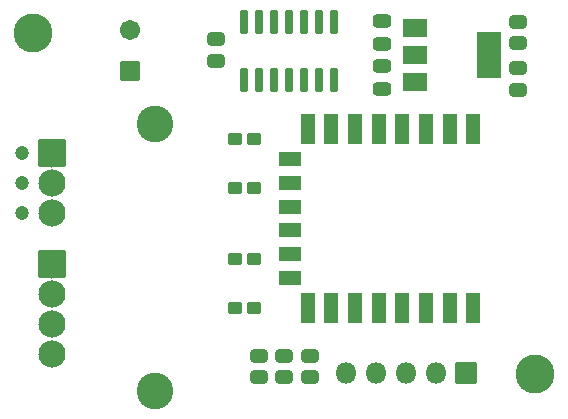
<source format=gts>
%TF.GenerationSoftware,KiCad,Pcbnew,(6.0.1)*%
%TF.CreationDate,2022-11-28T18:30:33+03:00*%
%TF.ProjectId,WS2812Controller,57533238-3132-4436-9f6e-74726f6c6c65,0.6*%
%TF.SameCoordinates,PX81390e0PY53ec600*%
%TF.FileFunction,Soldermask,Top*%
%TF.FilePolarity,Negative*%
%FSLAX46Y46*%
G04 Gerber Fmt 4.6, Leading zero omitted, Abs format (unit mm)*
G04 Created by KiCad (PCBNEW (6.0.1)) date 2022-11-28 18:30:33*
%MOMM*%
%LPD*%
G01*
G04 APERTURE LIST*
G04 Aperture macros list*
%AMRoundRect*
0 Rectangle with rounded corners*
0 $1 Rounding radius*
0 $2 $3 $4 $5 $6 $7 $8 $9 X,Y pos of 4 corners*
0 Add a 4 corners polygon primitive as box body*
4,1,4,$2,$3,$4,$5,$6,$7,$8,$9,$2,$3,0*
0 Add four circle primitives for the rounded corners*
1,1,$1+$1,$2,$3*
1,1,$1+$1,$4,$5*
1,1,$1+$1,$6,$7*
1,1,$1+$1,$8,$9*
0 Add four rect primitives between the rounded corners*
20,1,$1+$1,$2,$3,$4,$5,0*
20,1,$1+$1,$4,$5,$6,$7,0*
20,1,$1+$1,$6,$7,$8,$9,0*
20,1,$1+$1,$8,$9,$2,$3,0*%
G04 Aperture macros list end*
%ADD10RoundRect,0.051000X-1.000000X-0.750000X1.000000X-0.750000X1.000000X0.750000X-1.000000X0.750000X0*%
%ADD11RoundRect,0.051000X-1.000000X-1.900000X1.000000X-1.900000X1.000000X1.900000X-1.000000X1.900000X0*%
%ADD12C,1.202000*%
%ADD13RoundRect,0.051000X-1.100000X1.100000X-1.100000X-1.100000X1.100000X-1.100000X1.100000X1.100000X0*%
%ADD14C,2.302000*%
%ADD15C,3.302000*%
%ADD16RoundRect,0.051000X-0.500000X1.250000X-0.500000X-1.250000X0.500000X-1.250000X0.500000X1.250000X0*%
%ADD17RoundRect,0.051000X-0.900000X0.500000X-0.900000X-0.500000X0.900000X-0.500000X0.900000X0.500000X0*%
%ADD18RoundRect,0.051000X-0.850000X0.850000X-0.850000X-0.850000X0.850000X-0.850000X0.850000X0.850000X0*%
%ADD19O,1.802000X1.802000*%
%ADD20RoundRect,0.301000X0.450000X-0.262500X0.450000X0.262500X-0.450000X0.262500X-0.450000X-0.262500X0*%
%ADD21RoundRect,0.301000X-0.450000X0.262500X-0.450000X-0.262500X0.450000X-0.262500X0.450000X0.262500X0*%
%ADD22C,3.102000*%
%ADD23RoundRect,0.301000X-0.475000X0.250000X-0.475000X-0.250000X0.475000X-0.250000X0.475000X0.250000X0*%
%ADD24RoundRect,0.051000X0.500000X-0.450000X0.500000X0.450000X-0.500000X0.450000X-0.500000X-0.450000X0*%
%ADD25RoundRect,0.141000X-0.210000X0.895000X-0.210000X-0.895000X0.210000X-0.895000X0.210000X0.895000X0*%
%ADD26RoundRect,0.051000X-0.500000X0.450000X-0.500000X-0.450000X0.500000X-0.450000X0.500000X0.450000X0*%
%ADD27RoundRect,0.301000X0.475000X-0.250000X0.475000X0.250000X-0.475000X0.250000X-0.475000X-0.250000X0*%
%ADD28RoundRect,0.051000X0.800000X-0.800000X0.800000X0.800000X-0.800000X0.800000X-0.800000X-0.800000X0*%
%ADD29C,1.702000*%
G04 APERTURE END LIST*
D10*
%TO.C,U1*%
X11060140Y14668960D03*
D11*
X17360140Y12368960D03*
D10*
X11060140Y12368960D03*
X11060140Y10068960D03*
%TD*%
D12*
%TO.C,J3*%
X-22216000Y-1001600D03*
X-22216000Y4078400D03*
X-22216000Y1538400D03*
D13*
X-19676000Y4078400D03*
D14*
X-19676000Y1538400D03*
X-19676000Y-1001600D03*
%TD*%
D13*
%TO.C,J1*%
X-19676000Y-5319600D03*
D14*
X-19676000Y-7859600D03*
X-19676000Y-10399600D03*
X-19676000Y-12939600D03*
%TD*%
D15*
%TO.C,REF\u002A\u002A*%
X-21263500Y14238400D03*
%TD*%
%TO.C,REF\u002A\u002A*%
X21218000Y-14616000D03*
%TD*%
D16*
%TO.C,U2*%
X16003260Y6122880D03*
X14003260Y6122880D03*
X12003260Y6122880D03*
X10003260Y6122880D03*
X8003260Y6122880D03*
X6003260Y6122880D03*
X4003260Y6122880D03*
X2003260Y6122880D03*
D17*
X503260Y3522880D03*
X503260Y1522880D03*
X503260Y-477120D03*
X503260Y-2477120D03*
X503260Y-4477120D03*
X503260Y-6477120D03*
D16*
X2003260Y-9077120D03*
X4003260Y-9077120D03*
X6003260Y-9077120D03*
X8003260Y-9077120D03*
X10003260Y-9077120D03*
X12003260Y-9077120D03*
X14003260Y-9077120D03*
X16003260Y-9077120D03*
%TD*%
D18*
%TO.C,J2*%
X15396320Y-14586460D03*
D19*
X12856320Y-14586460D03*
X10316320Y-14586460D03*
X7776320Y-14586460D03*
X5236320Y-14586460D03*
%TD*%
D20*
%TO.C,R5*%
X2168000Y-14918900D03*
X2168000Y-13093900D03*
%TD*%
D21*
%TO.C,R1*%
X19772740Y15168680D03*
X19772740Y13343680D03*
%TD*%
%TO.C,R6*%
X-5756800Y13677700D03*
X-5756800Y11852700D03*
%TD*%
%TO.C,R2*%
X-2160160Y-13093900D03*
X-2160160Y-14918900D03*
%TD*%
D22*
%TO.C,F1*%
X-10950000Y6542000D03*
X-10950000Y-16058000D03*
%TD*%
D23*
%TO.C,C1*%
X8241140Y11413960D03*
X8241140Y9513960D03*
%TD*%
D21*
%TO.C,R3*%
X19775280Y11252000D03*
X19775280Y9427000D03*
%TD*%
D24*
%TO.C,SW1*%
X-4159040Y5211460D03*
X-4159040Y1111460D03*
X-2559040Y1111460D03*
X-2559040Y5211460D03*
%TD*%
D20*
%TO.C,R4*%
X3920Y-14918900D03*
X3920Y-13093900D03*
%TD*%
D25*
%TO.C,U3*%
X4210000Y15189400D03*
X2940000Y15189400D03*
X1670000Y15189400D03*
X400000Y15189400D03*
X-870000Y15189400D03*
X-2140000Y15189400D03*
X-3410000Y15189400D03*
X-3410000Y10239400D03*
X-2140000Y10239400D03*
X-870000Y10239400D03*
X400000Y10239400D03*
X1670000Y10239400D03*
X2940000Y10239400D03*
X4210000Y10239400D03*
%TD*%
D26*
%TO.C,SW2*%
X-2561580Y-9018060D03*
X-2561580Y-4918060D03*
X-4161580Y-9018060D03*
X-4161580Y-4918060D03*
%TD*%
D27*
%TO.C,C2*%
X8241140Y13323960D03*
X8241140Y15223960D03*
%TD*%
D28*
%TO.C,C3*%
X-13020000Y10997349D03*
D29*
X-13020000Y14497349D03*
%TD*%
G36*
X-19537138Y-6469600D02*
G01*
X-19537138Y-6471600D01*
X-19538307Y-6472519D01*
X-19605319Y-6492195D01*
X-19650674Y-6544538D01*
X-19660531Y-6613091D01*
X-19631760Y-6676089D01*
X-19574384Y-6712963D01*
X-19573467Y-6714741D01*
X-19574549Y-6716424D01*
X-19575491Y-6716646D01*
X-19766150Y-6714150D01*
X-19793698Y-6718884D01*
X-19795575Y-6718192D01*
X-19795913Y-6716221D01*
X-19794766Y-6715050D01*
X-19737923Y-6692816D01*
X-19697303Y-6636722D01*
X-19693459Y-6567570D01*
X-19727610Y-6507318D01*
X-19789091Y-6475002D01*
X-19813333Y-6472590D01*
X-19814958Y-6471424D01*
X-19814760Y-6469433D01*
X-19813135Y-6468600D01*
X-19538870Y-6468600D01*
X-19537138Y-6469600D01*
G37*
G36*
X-19537138Y2928400D02*
G01*
X-19537138Y2926400D01*
X-19538307Y2925481D01*
X-19605319Y2905805D01*
X-19650674Y2853462D01*
X-19660531Y2784909D01*
X-19631760Y2721911D01*
X-19574384Y2685037D01*
X-19573467Y2683259D01*
X-19574549Y2681576D01*
X-19575491Y2681354D01*
X-19766150Y2683850D01*
X-19793698Y2679116D01*
X-19795575Y2679808D01*
X-19795913Y2681779D01*
X-19794766Y2682950D01*
X-19737923Y2705184D01*
X-19697303Y2761278D01*
X-19693459Y2830430D01*
X-19727610Y2890682D01*
X-19789091Y2922998D01*
X-19813333Y2925410D01*
X-19814958Y2926576D01*
X-19814760Y2928567D01*
X-19813135Y2929400D01*
X-19538870Y2929400D01*
X-19537138Y2928400D01*
G37*
M02*

</source>
